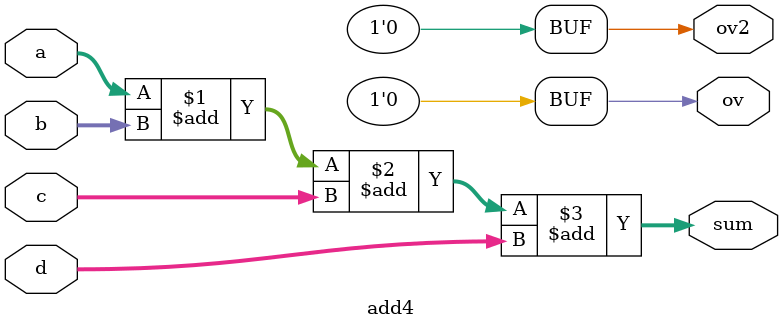
<source format=v>
module add4(a, b, c, d, sum, ov, ov2);

	input [3:0] a, b, c, d;
	output [3:0] sum;
	output ov, ov2;
	
	assign sum = a + b + c + d;
	assign ov = 1'b0;
	assign ov2 = 1'b0;

		
endmodule


</source>
